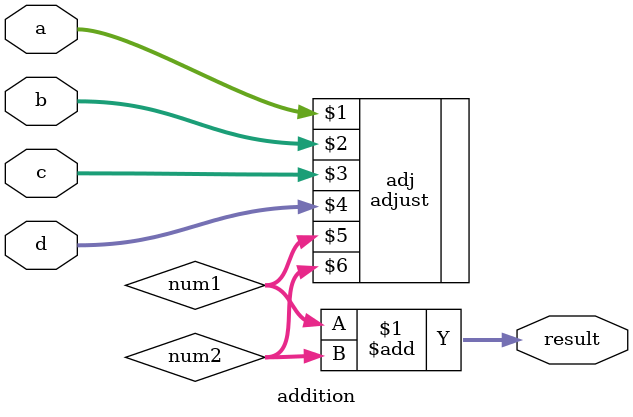
<source format=v>
`timescale 1ns / 1ps


module addition(input [3:0] a,input [3:0] b,input [3:0] c,input [3:0] d,output[13:0] result);
wire [7:0] num1,num2;
adjust adj (a,b,c,d,num1,num2);
assign result=num1+num2;
endmodule

</source>
